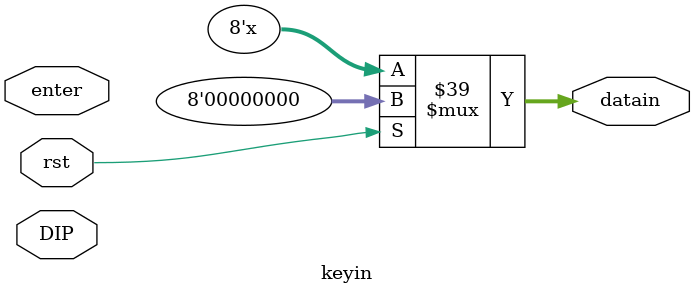
<source format=v>
module keyin(
  input enter, rst,
  input [9:0] DIP,
  output reg [7:0] datain
  );

  reg [3:0] datapressed;
  reg [7:0] dataA;

  always@(DIP)
    case (DIP)
        10'b0000000001:datapressed = 4'h0;
        10'b0000000010:datapressed = 4'h9;
        10'b0000000100:datapressed = 4'h8;
        10'b0000001000:datapressed = 4'h7;
        10'b0000010000:datapressed = 4'h6;
        10'b0000100000:datapressed = 4'h5;
        10'b0001000000:datapressed = 4'h4;
        10'b0010000000:datapressed = 4'h3;
        10'b0100000000:datapressed = 4'h2;
        10'b1000000000:datapressed = 4'h1;
          default: datapressed = 4'b1111;
          endcase

  // data arrangement before press "enter"
  always@(rst, enter, datapressed) begin
    if (rst) datain = 0;
    else if (enter) begin datain = dataA; dataA = 0; end
    else if (datapressed == 4'b1111) dataA = dataA;    	 
    else if ((dataA != 0)) dataA = (dataA*10) + datapressed;
    else dataA = datapressed; end

endmodule

</source>
